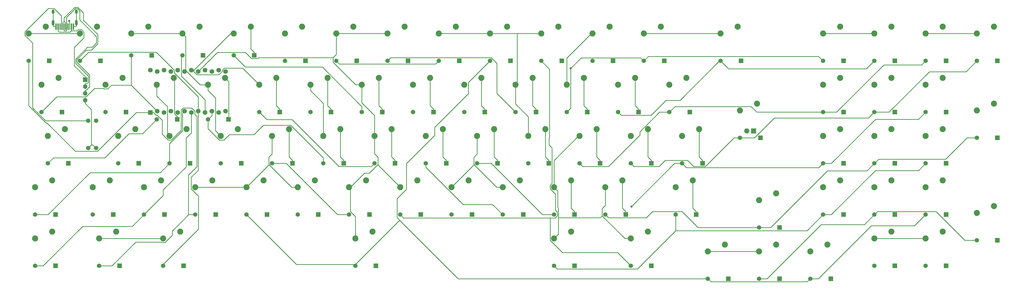
<source format=gbr>
G04 #@! TF.GenerationSoftware,KiCad,Pcbnew,5.1.2-f72e74a~84~ubuntu18.04.1*
G04 #@! TF.CreationDate,2019-05-27T19:37:11-05:00*
G04 #@! TF.ProjectId,1800muente,31383030-6d75-4656-9e74-652e6b696361,rev?*
G04 #@! TF.SameCoordinates,Original*
G04 #@! TF.FileFunction,Copper,L2,Bot*
G04 #@! TF.FilePolarity,Positive*
%FSLAX46Y46*%
G04 Gerber Fmt 4.6, Leading zero omitted, Abs format (unit mm)*
G04 Created by KiCad (PCBNEW 5.1.2-f72e74a~84~ubuntu18.04.1) date 2019-05-27 19:37:11*
%MOMM*%
%LPD*%
G04 APERTURE LIST*
%ADD10C,2.250000*%
%ADD11R,1.905000X1.905000*%
%ADD12C,1.905000*%
%ADD13R,0.600000X2.450000*%
%ADD14R,0.300000X2.450000*%
%ADD15O,1.000000X2.100000*%
%ADD16O,1.000000X1.600000*%
%ADD17R,1.752600X1.752600*%
%ADD18C,1.752600*%
%ADD19C,1.651000*%
%ADD20O,1.700000X1.700000*%
%ADD21R,1.700000X1.700000*%
%ADD22R,1.651000X1.651000*%
%ADD23C,0.800000*%
%ADD24C,0.250000*%
G04 APERTURE END LIST*
D10*
X390870000Y-163190000D03*
X384520000Y-165730000D03*
X390870000Y-125090000D03*
X384520000Y-127630000D03*
X159889000Y-172715000D03*
X153539000Y-175255000D03*
X233708000Y-172715000D03*
X227358000Y-175255000D03*
X262283000Y-172715000D03*
X255933000Y-175255000D03*
X278952000Y-153665000D03*
X272602000Y-156205000D03*
D11*
X301494000Y-135250000D03*
D12*
X298954000Y-135250000D03*
D10*
X296414000Y-127630000D03*
X302764000Y-125090000D03*
X295620000Y-96515000D03*
X289270000Y-99055000D03*
X40826700Y-153665000D03*
X34476700Y-156205000D03*
X88451700Y-172715000D03*
X82101700Y-175255000D03*
X64639200Y-172715000D03*
X58289200Y-175255000D03*
X40826700Y-172715000D03*
X34476700Y-175255000D03*
X45589200Y-134615000D03*
X39239200Y-137155000D03*
X43207900Y-115565000D03*
X36857900Y-118105000D03*
D13*
X48691000Y-96460000D03*
X42241000Y-96460000D03*
X47916000Y-96460000D03*
X43016000Y-96460000D03*
D14*
X43716000Y-96460000D03*
X47216000Y-96460000D03*
X44216000Y-96460000D03*
X46716000Y-96460000D03*
X44716000Y-96460000D03*
X46216000Y-96460000D03*
X45716000Y-96460000D03*
X45216000Y-96460000D03*
D15*
X41146000Y-95045000D03*
X49786000Y-95045000D03*
D16*
X41146000Y-90865000D03*
X49786000Y-90865000D03*
D10*
X143220000Y-115565000D03*
X136870000Y-118105000D03*
X171795000Y-96515000D03*
X165445000Y-99055000D03*
X167033000Y-134615000D03*
X160683000Y-137155000D03*
X138458000Y-153665000D03*
X132108000Y-156205000D03*
X95595400Y-96515000D03*
X89245400Y-99055000D03*
X71782900Y-134615000D03*
X65432900Y-137155000D03*
X186083000Y-134615000D03*
X179733000Y-137155000D03*
X181320000Y-115565000D03*
X174970000Y-118105000D03*
X147983000Y-134615000D03*
X141633000Y-137155000D03*
X190845000Y-96515000D03*
X184495000Y-99055000D03*
X333720000Y-96515000D03*
X327370000Y-99055000D03*
X157508000Y-153665000D03*
X151158000Y-156205000D03*
X152745000Y-96515000D03*
X146395000Y-99055000D03*
X333720000Y-153665000D03*
X327370000Y-156205000D03*
X309908000Y-158427000D03*
X303558000Y-160967000D03*
X290858000Y-177477000D03*
X284508000Y-180017000D03*
X209895000Y-96515000D03*
X203545000Y-99055000D03*
X281333000Y-134615000D03*
X274983000Y-137155000D03*
X214658000Y-153665000D03*
X208308000Y-156205000D03*
X224183000Y-134615000D03*
X217833000Y-137155000D03*
X371820000Y-153665000D03*
X365470000Y-156205000D03*
X238470000Y-115565000D03*
X232120000Y-118105000D03*
X352770000Y-115565000D03*
X346420000Y-118105000D03*
X371820000Y-134615000D03*
X365470000Y-137155000D03*
X114645000Y-96515000D03*
X108295000Y-99055000D03*
X252758000Y-153665000D03*
X246408000Y-156205000D03*
X81307900Y-153665000D03*
X74957900Y-156205000D03*
X390870000Y-96515000D03*
X384520000Y-99055000D03*
X90832900Y-134615000D03*
X84482900Y-137155000D03*
X133695000Y-96515000D03*
X127345000Y-99055000D03*
X67020400Y-115565000D03*
X60670400Y-118105000D03*
X176558000Y-153665000D03*
X170208000Y-156205000D03*
X124170000Y-115565000D03*
X117820000Y-118105000D03*
X86070400Y-115565000D03*
X79720400Y-118105000D03*
X162270000Y-115565000D03*
X155920000Y-118105000D03*
X38445400Y-96515000D03*
X32095400Y-99055000D03*
X309908000Y-177477000D03*
X303558000Y-180017000D03*
X109883000Y-134615000D03*
X103533000Y-137155000D03*
X267045000Y-96515000D03*
X260695000Y-99055000D03*
X352770000Y-96515000D03*
X346420000Y-99055000D03*
X371820000Y-115565000D03*
X365470000Y-118105000D03*
X371820000Y-96515000D03*
X365470000Y-99055000D03*
X352770000Y-134615000D03*
X346420000Y-137155000D03*
X257520000Y-115565000D03*
X251170000Y-118105000D03*
X100357900Y-153665000D03*
X94007900Y-156205000D03*
X219420000Y-115565000D03*
X213070000Y-118105000D03*
X243233000Y-134615000D03*
X236883000Y-137155000D03*
X371820000Y-172715000D03*
X365470000Y-175255000D03*
X228945000Y-96515000D03*
X222595000Y-99055000D03*
X352770000Y-153665000D03*
X346420000Y-156205000D03*
X352770000Y-172715000D03*
X346420000Y-175255000D03*
X328958000Y-177477000D03*
X322608000Y-180017000D03*
X262283000Y-134615000D03*
X255933000Y-137155000D03*
X200370000Y-115565000D03*
X194020000Y-118105000D03*
X233708000Y-153665000D03*
X227358000Y-156205000D03*
X128933000Y-134615000D03*
X122583000Y-137155000D03*
X247995000Y-96515000D03*
X241645000Y-99055000D03*
X119408000Y-153665000D03*
X113058000Y-156205000D03*
X276570000Y-115565000D03*
X270220000Y-118105000D03*
X57495400Y-96515000D03*
X51145400Y-99055000D03*
X62257900Y-153665000D03*
X55907900Y-156205000D03*
X333720000Y-134615000D03*
X327370000Y-137155000D03*
X105120000Y-115565000D03*
X98770000Y-118105000D03*
X76545400Y-96515000D03*
X70195400Y-99055000D03*
X333720000Y-115565000D03*
X327370000Y-118105000D03*
X195608000Y-153665000D03*
X189258000Y-156205000D03*
X205133000Y-134615000D03*
X198783000Y-137155000D03*
D17*
X77311200Y-128371600D03*
D18*
X79851200Y-127914400D03*
X82391200Y-128371600D03*
X84931200Y-127914400D03*
X87471200Y-128371600D03*
X90011200Y-127914400D03*
X92551200Y-128371600D03*
X95091200Y-127914400D03*
X97631200Y-128371600D03*
X100171200Y-127914400D03*
X102711200Y-128371600D03*
X105251200Y-113131600D03*
X102711200Y-112674400D03*
X100171200Y-113131600D03*
X97631200Y-112674400D03*
X95091200Y-113131600D03*
X92551200Y-112674400D03*
X90011200Y-113131600D03*
X87471200Y-112674400D03*
X84931200Y-113131600D03*
X82391200Y-112674400D03*
X79851200Y-113131600D03*
X105251200Y-127914400D03*
X77311200Y-112674400D03*
D19*
X57150000Y-131445000D03*
X57150000Y-141605000D03*
X54229000Y-131445000D03*
X54229000Y-141605000D03*
D20*
X53086000Y-123825000D03*
X53086000Y-121285000D03*
X53086000Y-118745000D03*
D21*
X53086000Y-116205000D03*
D19*
X203545000Y-109215000D03*
D22*
X211165000Y-109215000D03*
D19*
X36857900Y-128265000D03*
D22*
X44477900Y-128265000D03*
D19*
X39239200Y-147315000D03*
D22*
X46859200Y-147315000D03*
X268315000Y-109215000D03*
D19*
X260695000Y-109215000D03*
D22*
X173065000Y-109215000D03*
D19*
X165445000Y-109215000D03*
X108295000Y-107156000D03*
D22*
X115915000Y-107156000D03*
X263553000Y-185415000D03*
D19*
X255933000Y-185415000D03*
X55907900Y-166365000D03*
D22*
X63527900Y-166365000D03*
X296890000Y-109215000D03*
D19*
X289270000Y-109215000D03*
D22*
X249265000Y-109215000D03*
D19*
X241645000Y-109215000D03*
D22*
X120678000Y-166365000D03*
D19*
X113058000Y-166365000D03*
X251170000Y-128265000D03*
D22*
X258790000Y-128265000D03*
X65909200Y-185415000D03*
D19*
X58289200Y-185415000D03*
X82101700Y-185415000D03*
D22*
X89721700Y-185415000D03*
X354040000Y-166365000D03*
D19*
X346420000Y-166365000D03*
X303558000Y-171127000D03*
D22*
X311178000Y-171127000D03*
X373090000Y-109215000D03*
D19*
X365470000Y-109215000D03*
X117820000Y-128265000D03*
D22*
X125440000Y-128265000D03*
D19*
X227358000Y-185415000D03*
D22*
X234978000Y-185415000D03*
X201640000Y-128265000D03*
D19*
X194020000Y-128265000D03*
X346420000Y-185415000D03*
D22*
X354040000Y-185415000D03*
D19*
X303558000Y-190177000D03*
D22*
X311178000Y-190177000D03*
D19*
X222595000Y-109215000D03*
D22*
X230215000Y-109215000D03*
X96865400Y-107156000D03*
D19*
X89245400Y-107156000D03*
D22*
X134965000Y-109215000D03*
D19*
X127345000Y-109215000D03*
X32095400Y-109215000D03*
D22*
X39715400Y-109215000D03*
D19*
X198783000Y-147315000D03*
D22*
X206403000Y-147315000D03*
D19*
X346420000Y-109215000D03*
D22*
X354040000Y-109215000D03*
X334990000Y-109215000D03*
D19*
X327370000Y-109215000D03*
X365470000Y-128265000D03*
D22*
X373090000Y-128265000D03*
D19*
X184495000Y-109215000D03*
D22*
X192115000Y-109215000D03*
D19*
X272602000Y-166365000D03*
D22*
X280222000Y-166365000D03*
X392140000Y-175890000D03*
D19*
X384520000Y-175890000D03*
X365470000Y-147315000D03*
D22*
X373090000Y-147315000D03*
X177828000Y-166365000D03*
D19*
X170208000Y-166365000D03*
D22*
X373090000Y-185415000D03*
D19*
X365470000Y-185415000D03*
D22*
X304034000Y-137790000D03*
D19*
X296414000Y-137790000D03*
X270220000Y-128265000D03*
D22*
X277840000Y-128265000D03*
X163540000Y-128265000D03*
D19*
X155920000Y-128265000D03*
X70195400Y-107156000D03*
D22*
X77815400Y-107156000D03*
D19*
X34476700Y-166365000D03*
D22*
X42096700Y-166365000D03*
D19*
X174970000Y-128265000D03*
D22*
X182590000Y-128265000D03*
X234978000Y-166365000D03*
D19*
X227358000Y-166365000D03*
X236883000Y-147315000D03*
D22*
X244503000Y-147315000D03*
X239740000Y-128265000D03*
D19*
X232120000Y-128265000D03*
D22*
X196878000Y-166365000D03*
D19*
X189258000Y-166365000D03*
D22*
X187353000Y-147315000D03*
D19*
X179733000Y-147315000D03*
X213070000Y-128265000D03*
D22*
X220690000Y-128265000D03*
D19*
X274983000Y-147315000D03*
D22*
X282603000Y-147315000D03*
D19*
X208308000Y-166365000D03*
D22*
X215928000Y-166365000D03*
D19*
X151158000Y-166365000D03*
D22*
X158778000Y-166365000D03*
X263553000Y-147315000D03*
D19*
X255933000Y-147315000D03*
D22*
X354040000Y-147315000D03*
D19*
X346420000Y-147315000D03*
D22*
X161159000Y-185415000D03*
D19*
X153539000Y-185415000D03*
X141633000Y-147315000D03*
D22*
X149253000Y-147315000D03*
D19*
X346420000Y-128265000D03*
D22*
X354040000Y-128265000D03*
D19*
X146395000Y-109215000D03*
D22*
X154015000Y-109215000D03*
X111153000Y-147315000D03*
D19*
X103533000Y-147315000D03*
X98770000Y-130969000D03*
D22*
X106390000Y-130969000D03*
X87340400Y-130969000D03*
D19*
X79720400Y-130969000D03*
D22*
X392140000Y-137790000D03*
D19*
X384520000Y-137790000D03*
D22*
X392140000Y-109215000D03*
D19*
X384520000Y-109215000D03*
X65432900Y-147315000D03*
D22*
X73052900Y-147315000D03*
X144490000Y-128265000D03*
D19*
X136870000Y-128265000D03*
D22*
X292128000Y-190177000D03*
D19*
X284508000Y-190177000D03*
D22*
X334990000Y-128265000D03*
D19*
X327370000Y-128265000D03*
D22*
X334990000Y-147315000D03*
D19*
X327370000Y-147315000D03*
D22*
X42096700Y-185415000D03*
D19*
X34476700Y-185415000D03*
X84482900Y-147315000D03*
D22*
X92102900Y-147315000D03*
X82577900Y-166365000D03*
D19*
X74957900Y-166365000D03*
D22*
X101627900Y-166365000D03*
D19*
X94007900Y-166365000D03*
D22*
X330228000Y-190177000D03*
D19*
X322608000Y-190177000D03*
X60670400Y-128265000D03*
D22*
X68290400Y-128265000D03*
D19*
X246408000Y-166365000D03*
D22*
X254028000Y-166365000D03*
D19*
X51145400Y-109215000D03*
D22*
X58765400Y-109215000D03*
X373090000Y-166365000D03*
D19*
X365470000Y-166365000D03*
X122583000Y-147315000D03*
D22*
X130203000Y-147315000D03*
D19*
X217833000Y-147315000D03*
D22*
X225453000Y-147315000D03*
X168303000Y-147315000D03*
D19*
X160683000Y-147315000D03*
X327370000Y-166365000D03*
D22*
X334990000Y-166365000D03*
D19*
X132108000Y-166365000D03*
D22*
X139728000Y-166365000D03*
D23*
X233570400Y-111955900D03*
X256114100Y-163384200D03*
X47216000Y-94361300D03*
D24*
X77311200Y-128371600D02*
X78512800Y-128371600D01*
X91537700Y-166365000D02*
X91470100Y-166297400D01*
X91470100Y-166297400D02*
X91470100Y-151709100D01*
X91470100Y-151709100D02*
X94620700Y-148558500D01*
X94620700Y-148558500D02*
X94620700Y-129853900D01*
X94620700Y-129853900D02*
X93821200Y-129054400D01*
X93821200Y-129054400D02*
X93821200Y-127869600D01*
X93821200Y-127869600D02*
X92648800Y-126697200D01*
X92648800Y-126697200D02*
X89489200Y-126697200D01*
X89489200Y-126697200D02*
X88741300Y-127445100D01*
X88741300Y-127445100D02*
X88741300Y-135011300D01*
X88741300Y-135011300D02*
X85117700Y-138634900D01*
X85117700Y-138634900D02*
X83911700Y-138634900D01*
X83911700Y-138634900D02*
X81732400Y-136455600D01*
X81732400Y-136455600D02*
X81732400Y-131313300D01*
X81732400Y-131313300D02*
X79831300Y-129412200D01*
X79831300Y-129412200D02*
X79553400Y-129412200D01*
X79553400Y-129412200D02*
X78512800Y-128371600D01*
X91537700Y-166365000D02*
X85436100Y-172466600D01*
X85436100Y-172466600D02*
X85436100Y-174036700D01*
X85436100Y-174036700D02*
X82737900Y-176734900D01*
X82737900Y-176734900D02*
X81530500Y-176734900D01*
X81530500Y-176734900D02*
X81361400Y-176565800D01*
X81361400Y-176565800D02*
X71882500Y-176565800D01*
X71882500Y-176565800D02*
X63033300Y-185415000D01*
X63033300Y-185415000D02*
X58289200Y-185415000D01*
X94007900Y-166365000D02*
X91537700Y-166365000D01*
X77311200Y-128371600D02*
X72110600Y-128371600D01*
X72110600Y-128371600D02*
X57677600Y-142804600D01*
X57677600Y-142804600D02*
X49441100Y-142804600D01*
X49441100Y-142804600D02*
X38926600Y-132290100D01*
X38926600Y-132290100D02*
X38564700Y-132290100D01*
X38564700Y-132290100D02*
X32095400Y-125820800D01*
X32095400Y-125820800D02*
X32095400Y-109215000D01*
X233570400Y-111955900D02*
X237489500Y-108036800D01*
X237489500Y-108036800D02*
X259516800Y-108036800D01*
X259516800Y-108036800D02*
X260695000Y-109215000D01*
X232120000Y-128265000D02*
X233570400Y-126814600D01*
X233570400Y-126814600D02*
X233570400Y-111955900D01*
X260695000Y-109215000D02*
X262379300Y-107530700D01*
X262379300Y-107530700D02*
X325685700Y-107530700D01*
X325685700Y-107530700D02*
X327370000Y-109215000D01*
X146395000Y-109215000D02*
X147545900Y-110365900D01*
X147545900Y-110365900D02*
X183344100Y-110365900D01*
X183344100Y-110365900D02*
X184495000Y-109215000D01*
X70195400Y-118258600D02*
X79851200Y-127914400D01*
X70195400Y-107156000D02*
X70195400Y-118258600D01*
X36857900Y-128265000D02*
X42567900Y-122555000D01*
X42567900Y-122555000D02*
X53485600Y-122555000D01*
X53485600Y-122555000D02*
X56625500Y-119415100D01*
X56625500Y-119415100D02*
X59868200Y-119415100D01*
X59868200Y-119415100D02*
X60022900Y-119569800D01*
X60022900Y-119569800D02*
X61576500Y-119569800D01*
X61576500Y-119569800D02*
X62887700Y-118258600D01*
X62887700Y-118258600D02*
X70195400Y-118258600D01*
X270220000Y-128265000D02*
X266581900Y-128265000D01*
X266581900Y-128265000D02*
X259267400Y-135579500D01*
X259267400Y-135579500D02*
X259267400Y-136788200D01*
X259267400Y-136788200D02*
X247589700Y-148465900D01*
X247589700Y-148465900D02*
X238033900Y-148465900D01*
X238033900Y-148465900D02*
X236883000Y-147315000D01*
X327370000Y-128265000D02*
X302685900Y-128265000D01*
X302685900Y-128265000D02*
X300591100Y-126170200D01*
X300591100Y-126170200D02*
X272314800Y-126170200D01*
X272314800Y-126170200D02*
X270220000Y-128265000D01*
X365470000Y-109215000D02*
X364004200Y-110680800D01*
X364004200Y-110680800D02*
X349961800Y-110680800D01*
X349961800Y-110680800D02*
X332377600Y-128265000D01*
X332377600Y-128265000D02*
X327370000Y-128265000D01*
X155920000Y-128265000D02*
X155920000Y-126171100D01*
X155920000Y-126171100D02*
X141214400Y-111465500D01*
X141214400Y-111465500D02*
X112604500Y-111465500D01*
X112604500Y-111465500D02*
X108295000Y-107156000D01*
X160683000Y-147315000D02*
X159532100Y-148465900D01*
X159532100Y-148465900D02*
X147394700Y-148465900D01*
X147394700Y-148465900D02*
X129978700Y-131049900D01*
X129978700Y-131049900D02*
X120604900Y-131049900D01*
X120604900Y-131049900D02*
X117820000Y-128265000D01*
X198783000Y-147315000D02*
X203968100Y-147315000D01*
X203968100Y-147315000D02*
X223018100Y-166365000D01*
X223018100Y-166365000D02*
X227358000Y-166365000D01*
X79720400Y-130969000D02*
X74413000Y-136276400D01*
X74413000Y-136276400D02*
X69357600Y-136276400D01*
X69357600Y-136276400D02*
X60424700Y-145209300D01*
X60424700Y-145209300D02*
X41344900Y-145209300D01*
X41344900Y-145209300D02*
X39239200Y-147315000D01*
X256114100Y-163384200D02*
X272183300Y-147315000D01*
X272183300Y-147315000D02*
X274983000Y-147315000D01*
X274983000Y-147315000D02*
X276594000Y-148926000D01*
X276594000Y-148926000D02*
X325759000Y-148926000D01*
X325759000Y-148926000D02*
X327370000Y-147315000D01*
X327370000Y-147315000D02*
X330381900Y-147315000D01*
X330381900Y-147315000D02*
X346792200Y-130904700D01*
X346792200Y-130904700D02*
X362830300Y-130904700D01*
X362830300Y-130904700D02*
X365470000Y-128265000D01*
X84482900Y-147315000D02*
X84482900Y-139982700D01*
X84482900Y-139982700D02*
X89286000Y-135179600D01*
X89286000Y-135179600D02*
X89286000Y-128639600D01*
X89286000Y-128639600D02*
X90011200Y-127914400D01*
X227358000Y-185415000D02*
X228508900Y-186565900D01*
X228508900Y-186565900D02*
X258341500Y-186565900D01*
X258341500Y-186565900D02*
X272602000Y-172305400D01*
X272602000Y-172305400D02*
X272602000Y-166365000D01*
X272602000Y-172305400D02*
X321429600Y-172305400D01*
X321429600Y-172305400D02*
X327370000Y-166365000D01*
X365470000Y-147315000D02*
X362830300Y-149954700D01*
X362830300Y-149954700D02*
X346792200Y-149954700D01*
X346792200Y-149954700D02*
X330381900Y-166365000D01*
X330381900Y-166365000D02*
X327370000Y-166365000D01*
X151158000Y-166365000D02*
X146842100Y-166365000D01*
X146842100Y-166365000D02*
X127792100Y-147315000D01*
X127792100Y-147315000D02*
X122583000Y-147315000D01*
X84482900Y-147315000D02*
X81039400Y-150758500D01*
X81039400Y-150758500D02*
X54960200Y-150758500D01*
X54960200Y-150758500D02*
X39353700Y-166365000D01*
X39353700Y-166365000D02*
X34476700Y-166365000D01*
X153539000Y-184885100D02*
X153539000Y-185415000D01*
X169990700Y-168433400D02*
X153539000Y-184885100D01*
X113058000Y-166365000D02*
X131578100Y-184885100D01*
X131578100Y-184885100D02*
X153539000Y-184885100D01*
X284508000Y-190177000D02*
X191734300Y-190177000D01*
X191734300Y-190177000D02*
X169990700Y-168433400D01*
X169990700Y-168433400D02*
X169005600Y-167448300D01*
X169005600Y-167448300D02*
X169005600Y-160375100D01*
X169005600Y-160375100D02*
X172470900Y-156909800D01*
X172470900Y-156909800D02*
X172470900Y-147384800D01*
X172470900Y-147384800D02*
X182969800Y-136885900D01*
X182969800Y-136885900D02*
X182969800Y-133871500D01*
X182969800Y-133871500D02*
X195510700Y-121330600D01*
X195510700Y-121330600D02*
X195510700Y-117249300D01*
X195510700Y-117249300D02*
X203545000Y-109215000D01*
X284508000Y-190177000D02*
X285658000Y-191328000D01*
X285658000Y-191328000D02*
X321457000Y-191328000D01*
X321457000Y-191328000D02*
X322608000Y-190177000D01*
X74957900Y-166365000D02*
X82099200Y-159223700D01*
X82099200Y-159223700D02*
X82099200Y-157102400D01*
X82099200Y-157102400D02*
X90612200Y-148589400D01*
X90612200Y-148589400D02*
X90612200Y-137891000D01*
X90612200Y-137891000D02*
X92551200Y-135952000D01*
X92551200Y-135952000D02*
X92551200Y-128371600D01*
X34476700Y-185415000D02*
X37458700Y-185415000D01*
X37458700Y-185415000D02*
X52170300Y-170703400D01*
X52170300Y-170703400D02*
X70619500Y-170703400D01*
X70619500Y-170703400D02*
X74957900Y-166365000D01*
X322608000Y-190177000D02*
X325578800Y-190177000D01*
X325578800Y-190177000D02*
X345262400Y-170493400D01*
X345262400Y-170493400D02*
X361341600Y-170493400D01*
X361341600Y-170493400D02*
X365470000Y-166365000D01*
X95071100Y-127914400D02*
X95071100Y-122511700D01*
X95071100Y-122511700D02*
X86201200Y-113641800D01*
X86201200Y-113641800D02*
X86201200Y-112629500D01*
X86201200Y-112629500D02*
X79566200Y-105994500D01*
X79566200Y-105994500D02*
X54365900Y-105994500D01*
X54365900Y-105994500D02*
X51145400Y-109215000D01*
X95091200Y-127914400D02*
X95071100Y-127914400D01*
X82101700Y-185415000D02*
X82101700Y-184885100D01*
X82101700Y-184885100D02*
X95206600Y-171780200D01*
X95206600Y-171780200D02*
X95206600Y-159454800D01*
X95206600Y-159454800D02*
X92525500Y-156773700D01*
X92525500Y-156773700D02*
X92525500Y-152431500D01*
X92525500Y-152431500D02*
X95071100Y-149885900D01*
X95071100Y-149885900D02*
X95071100Y-127914400D01*
X213070000Y-128265000D02*
X206107200Y-121302200D01*
X206107200Y-121302200D02*
X206107200Y-110132600D01*
X206107200Y-110132600D02*
X203989100Y-108014500D01*
X203989100Y-108014500D02*
X166645500Y-108014500D01*
X166645500Y-108014500D02*
X165445000Y-109215000D01*
X346420000Y-109215000D02*
X343465700Y-112169300D01*
X343465700Y-112169300D02*
X292224300Y-112169300D01*
X292224300Y-112169300D02*
X289270000Y-109215000D01*
X289270000Y-109215000D02*
X288818300Y-109215000D01*
X288818300Y-109215000D02*
X274161800Y-123871500D01*
X274161800Y-123871500D02*
X268933200Y-123871500D01*
X268933200Y-123871500D02*
X263388800Y-129415900D01*
X263388800Y-129415900D02*
X252320900Y-129415900D01*
X252320900Y-129415900D02*
X251170000Y-128265000D01*
X296414000Y-137790000D02*
X301879000Y-137790000D01*
X301879000Y-137790000D02*
X309214700Y-130454300D01*
X309214700Y-130454300D02*
X344230700Y-130454300D01*
X344230700Y-130454300D02*
X346420000Y-128265000D01*
X255933000Y-147315000D02*
X257083800Y-148465800D01*
X257083800Y-148465800D02*
X266415400Y-148465800D01*
X266415400Y-148465800D02*
X268717100Y-146164100D01*
X268717100Y-146164100D02*
X276970800Y-146164100D01*
X276970800Y-146164100D02*
X279272500Y-148465800D01*
X279272500Y-148465800D02*
X283563300Y-148465800D01*
X283563300Y-148465800D02*
X294239100Y-137790000D01*
X294239100Y-137790000D02*
X296414000Y-137790000D01*
X97631200Y-128371600D02*
X97631200Y-123668200D01*
X97631200Y-123668200D02*
X88808300Y-114845300D01*
X88808300Y-114845300D02*
X88808300Y-107593100D01*
X88808300Y-107593100D02*
X89245400Y-107156000D01*
X346420000Y-128265000D02*
X351820500Y-128265000D01*
X351820500Y-128265000D02*
X366872200Y-113213300D01*
X366872200Y-113213300D02*
X380521700Y-113213300D01*
X380521700Y-113213300D02*
X384520000Y-109215000D01*
X141633000Y-147315000D02*
X141633000Y-145252800D01*
X141633000Y-145252800D02*
X129525400Y-133145200D01*
X129525400Y-133145200D02*
X119288000Y-133145200D01*
X119288000Y-133145200D02*
X115827100Y-136606100D01*
X115827100Y-136606100D02*
X106700000Y-136606100D01*
X106700000Y-136606100D02*
X104671200Y-138634900D01*
X104671200Y-138634900D02*
X102961800Y-138634900D01*
X102961800Y-138634900D02*
X98770000Y-134443100D01*
X98770000Y-134443100D02*
X98770000Y-130969000D01*
X303558000Y-171127000D02*
X280827800Y-171127000D01*
X280827800Y-171127000D02*
X274904100Y-165203300D01*
X274904100Y-165203300D02*
X263933600Y-165203300D01*
X263933600Y-165203300D02*
X261621000Y-167515900D01*
X261621000Y-167515900D02*
X247558900Y-167515900D01*
X247558900Y-167515900D02*
X246408000Y-166365000D01*
X346420000Y-147315000D02*
X343654700Y-150080300D01*
X343654700Y-150080300D02*
X328967400Y-150080300D01*
X328967400Y-150080300D02*
X307920700Y-171127000D01*
X307920700Y-171127000D02*
X303558000Y-171127000D01*
X98770000Y-130969000D02*
X100171200Y-129567800D01*
X100171200Y-129567800D02*
X100171200Y-127914400D01*
X384520000Y-137790000D02*
X380832400Y-137790000D01*
X380832400Y-137790000D02*
X372868200Y-145754200D01*
X372868200Y-145754200D02*
X347980800Y-145754200D01*
X347980800Y-145754200D02*
X346420000Y-147315000D01*
X208308000Y-166365000D02*
X204527900Y-162584900D01*
X204527900Y-162584900D02*
X193586800Y-162584900D01*
X193586800Y-162584900D02*
X179733000Y-148731100D01*
X179733000Y-148731100D02*
X179733000Y-147315000D01*
X303558000Y-190177000D02*
X306531800Y-190177000D01*
X306531800Y-190177000D02*
X326665800Y-170043000D01*
X326665800Y-170043000D02*
X342742000Y-170043000D01*
X342742000Y-170043000D02*
X346420000Y-166365000D01*
X225899800Y-167567100D02*
X227813000Y-167567100D01*
X227813000Y-167567100D02*
X228532500Y-166847600D01*
X228532500Y-166847600D02*
X228532500Y-165415200D01*
X228532500Y-165415200D02*
X227844600Y-164727300D01*
X227844600Y-164727300D02*
X227844600Y-158742700D01*
X227844600Y-158742700D02*
X225897200Y-156795300D01*
X225897200Y-156795300D02*
X225897200Y-155461300D01*
X225897200Y-155461300D02*
X226603900Y-154754600D01*
X226603900Y-154754600D02*
X226603900Y-141486900D01*
X226603900Y-141486900D02*
X225494100Y-140377100D01*
X225494100Y-140377100D02*
X225494100Y-137919200D01*
X225494100Y-137919200D02*
X225666100Y-137747200D01*
X225666100Y-137747200D02*
X225666100Y-112286100D01*
X225666100Y-112286100D02*
X222595000Y-109215000D01*
X170208000Y-166365000D02*
X171410100Y-167567100D01*
X171410100Y-167567100D02*
X225899800Y-167567100D01*
X225899800Y-167567100D02*
X225899800Y-175909100D01*
X225899800Y-175909100D02*
X230471500Y-180480800D01*
X230471500Y-180480800D02*
X250998800Y-180480800D01*
X250998800Y-180480800D02*
X255933000Y-185415000D01*
X346420000Y-166365000D02*
X347586900Y-165198100D01*
X347586900Y-165198100D02*
X369351200Y-165198100D01*
X369351200Y-165198100D02*
X380043100Y-175890000D01*
X380043100Y-175890000D02*
X384520000Y-175890000D01*
X87340400Y-130969000D02*
X87340400Y-129818200D01*
X87340400Y-129818200D02*
X87206300Y-129818200D01*
X87206300Y-129818200D02*
X86268400Y-128880300D01*
X86268400Y-128880300D02*
X86268400Y-115763000D01*
X86268400Y-115763000D02*
X86070400Y-115565000D01*
X106390000Y-130969000D02*
X106390000Y-129818200D01*
X105120000Y-115565000D02*
X106456600Y-116901600D01*
X106456600Y-116901600D02*
X106456600Y-129751600D01*
X106456600Y-129751600D02*
X106390000Y-129818200D01*
X115915000Y-107156000D02*
X115915000Y-106005200D01*
X115915000Y-106005200D02*
X114645000Y-104735200D01*
X114645000Y-104735200D02*
X114645000Y-96515000D01*
X125440000Y-128265000D02*
X125440000Y-127114200D01*
X125440000Y-127114200D02*
X124170000Y-125844200D01*
X124170000Y-125844200D02*
X124170000Y-115565000D01*
X130203000Y-147315000D02*
X130203000Y-146164200D01*
X130203000Y-146164200D02*
X128933000Y-144894200D01*
X128933000Y-144894200D02*
X128933000Y-134615000D01*
X144490000Y-128265000D02*
X144490000Y-127114200D01*
X144490000Y-127114200D02*
X143220000Y-125844200D01*
X143220000Y-125844200D02*
X143220000Y-115565000D01*
X149253000Y-147315000D02*
X149253000Y-146164200D01*
X149253000Y-146164200D02*
X147983000Y-144894200D01*
X147983000Y-144894200D02*
X147983000Y-134615000D01*
X163540000Y-128265000D02*
X163540000Y-127114200D01*
X163540000Y-127114200D02*
X162270000Y-125844200D01*
X162270000Y-125844200D02*
X162270000Y-115565000D01*
X168303000Y-147315000D02*
X168303000Y-146164200D01*
X168303000Y-146164200D02*
X167033000Y-144894200D01*
X167033000Y-144894200D02*
X167033000Y-134615000D01*
X182590000Y-128265000D02*
X182590000Y-127114200D01*
X182590000Y-127114200D02*
X181320000Y-125844200D01*
X181320000Y-125844200D02*
X181320000Y-115565000D01*
X187353000Y-147315000D02*
X187353000Y-146164200D01*
X187353000Y-146164200D02*
X186083000Y-144894200D01*
X186083000Y-144894200D02*
X186083000Y-134615000D01*
X201640000Y-128265000D02*
X201640000Y-127114200D01*
X201640000Y-127114200D02*
X200370000Y-125844200D01*
X200370000Y-125844200D02*
X200370000Y-115565000D01*
X206403000Y-147315000D02*
X206403000Y-146164200D01*
X206403000Y-146164200D02*
X205133000Y-144894200D01*
X205133000Y-144894200D02*
X205133000Y-134615000D01*
X220690000Y-128265000D02*
X220690000Y-127114200D01*
X220690000Y-127114200D02*
X219420000Y-125844200D01*
X219420000Y-125844200D02*
X219420000Y-115565000D01*
X225453000Y-147315000D02*
X225453000Y-146164200D01*
X225453000Y-146164200D02*
X224183000Y-144894200D01*
X224183000Y-144894200D02*
X224183000Y-134615000D01*
X239740000Y-128265000D02*
X239740000Y-127114200D01*
X239740000Y-127114200D02*
X238470000Y-125844200D01*
X238470000Y-125844200D02*
X238470000Y-115565000D01*
X244503000Y-147315000D02*
X244503000Y-146164200D01*
X244503000Y-146164200D02*
X243233000Y-144894200D01*
X243233000Y-144894200D02*
X243233000Y-134615000D01*
X234978000Y-166365000D02*
X234978000Y-165214200D01*
X234978000Y-165214200D02*
X233708000Y-163944200D01*
X233708000Y-163944200D02*
X233708000Y-153665000D01*
X258790000Y-128265000D02*
X258790000Y-127114200D01*
X258790000Y-127114200D02*
X257520000Y-125844200D01*
X257520000Y-125844200D02*
X257520000Y-115565000D01*
X263553000Y-147315000D02*
X263553000Y-146164200D01*
X263553000Y-146164200D02*
X262283000Y-144894200D01*
X262283000Y-144894200D02*
X262283000Y-134615000D01*
X254028000Y-166365000D02*
X254028000Y-165214200D01*
X254028000Y-165214200D02*
X252758000Y-163944200D01*
X252758000Y-163944200D02*
X252758000Y-153665000D01*
X282603000Y-147315000D02*
X282603000Y-146164200D01*
X282603000Y-146164200D02*
X281333000Y-144894200D01*
X281333000Y-144894200D02*
X281333000Y-134615000D01*
X280222000Y-166365000D02*
X280222000Y-165214200D01*
X280222000Y-165214200D02*
X278952000Y-163944200D01*
X278952000Y-163944200D02*
X278952000Y-153665000D01*
X32095400Y-99055000D02*
X32095400Y-99054900D01*
X51145400Y-99054900D02*
X32095400Y-99054900D01*
X51145400Y-99055000D02*
X51145400Y-99054900D01*
X103533000Y-137155000D02*
X101508400Y-135130400D01*
X101508400Y-135130400D02*
X101508400Y-122955700D01*
X101508400Y-122955700D02*
X98770000Y-120217300D01*
X98770000Y-120217300D02*
X98770000Y-118105000D01*
X90429400Y-112713400D02*
X90011200Y-113131600D01*
X89245400Y-99055000D02*
X90429400Y-100239000D01*
X90429400Y-100239000D02*
X90429400Y-112713400D01*
X90429400Y-112713400D02*
X95821000Y-118105000D01*
X95821000Y-118105000D02*
X98770000Y-118105000D01*
X89245400Y-99054900D02*
X89245400Y-99055000D01*
X70195500Y-99054900D02*
X70195400Y-99055000D01*
X70195500Y-99054900D02*
X89245400Y-99054900D01*
X70195400Y-99054900D02*
X70195500Y-99054900D01*
X79720400Y-118105000D02*
X79720400Y-122276800D01*
X79720400Y-122276800D02*
X83661200Y-126217600D01*
X83661200Y-126217600D02*
X83661200Y-136333300D01*
X83661200Y-136333300D02*
X84482900Y-137155000D01*
X58289200Y-175255000D02*
X82101700Y-175255000D01*
X93495300Y-112674400D02*
X107114700Y-99055000D01*
X107114700Y-99055000D02*
X108295000Y-99055000D01*
X92551200Y-112674400D02*
X93495300Y-112674400D01*
X117820000Y-118105000D02*
X111630900Y-111915900D01*
X111630900Y-111915900D02*
X104767500Y-111915900D01*
X104767500Y-111915900D02*
X104049500Y-112633900D01*
X104049500Y-112633900D02*
X104049500Y-113065000D01*
X104049500Y-113065000D02*
X102767500Y-114347000D01*
X102767500Y-114347000D02*
X94597000Y-114347000D01*
X94597000Y-114347000D02*
X93495300Y-113245300D01*
X93495300Y-113245300D02*
X93495300Y-112674400D01*
X113058000Y-156205000D02*
X94007900Y-156205000D01*
X121451800Y-147811200D02*
X113058000Y-156205000D01*
X122583000Y-137155000D02*
X122583000Y-143807200D01*
X122583000Y-143807200D02*
X121361700Y-145028500D01*
X121361700Y-145028500D02*
X121361700Y-147721200D01*
X121361700Y-147721200D02*
X121451800Y-147811200D01*
X121451800Y-147811200D02*
X129845500Y-156205000D01*
X129845500Y-156205000D02*
X132108000Y-156205000D01*
X141633000Y-137155000D02*
X141633000Y-124980300D01*
X141633000Y-124980300D02*
X136870000Y-120217300D01*
X136870000Y-120217300D02*
X136870000Y-118105000D01*
X151636900Y-156205000D02*
X151636900Y-165207300D01*
X151636900Y-165207300D02*
X153539000Y-167109400D01*
X153539000Y-167109400D02*
X153539000Y-175255000D01*
X161823200Y-147820100D02*
X158719000Y-150924300D01*
X158719000Y-150924300D02*
X156917600Y-150924300D01*
X156917600Y-150924300D02*
X151636900Y-156205000D01*
X151636900Y-156205000D02*
X151158000Y-156205000D01*
X161823200Y-147820100D02*
X170208000Y-156205000D01*
X160683000Y-137155000D02*
X160683000Y-143715900D01*
X160683000Y-143715900D02*
X161915900Y-144948800D01*
X161915900Y-144948800D02*
X161915900Y-147727400D01*
X161915900Y-147727400D02*
X161823200Y-147820100D01*
X155920000Y-118105000D02*
X155920000Y-124768300D01*
X155920000Y-124768300D02*
X160683000Y-129531300D01*
X160683000Y-129531300D02*
X160683000Y-137155000D01*
X145201600Y-108006900D02*
X145201600Y-109649300D01*
X145201600Y-109649300D02*
X153657300Y-118105000D01*
X153657300Y-118105000D02*
X155920000Y-118105000D01*
X146395000Y-99055000D02*
X146395000Y-106813500D01*
X146395000Y-106813500D02*
X145201600Y-108006900D01*
X145201600Y-108006900D02*
X117521500Y-108006900D01*
X117521500Y-108006900D02*
X117221600Y-108306800D01*
X117221600Y-108306800D02*
X114954700Y-108306800D01*
X114954700Y-108306800D02*
X112653100Y-106005200D01*
X112653100Y-106005200D02*
X102217600Y-106005200D01*
X102217600Y-106005200D02*
X95091200Y-113131600D01*
X146395000Y-99055000D02*
X165445000Y-99055000D01*
X197648700Y-147814300D02*
X206039300Y-156205000D01*
X206039300Y-156205000D02*
X208308000Y-156205000D01*
X198783000Y-137155000D02*
X198783000Y-143840500D01*
X198783000Y-143840500D02*
X197559800Y-145063700D01*
X197559800Y-145063700D02*
X197559800Y-147725500D01*
X197559800Y-147725500D02*
X197648700Y-147814300D01*
X197648700Y-147814300D02*
X189258000Y-156205000D01*
X213655100Y-99055000D02*
X222595000Y-99055000D01*
X203545000Y-99055000D02*
X213655100Y-99055000D01*
X213070000Y-118105000D02*
X213655100Y-117519900D01*
X213655100Y-117519900D02*
X213655100Y-99055000D01*
X217833000Y-137155000D02*
X217833000Y-129974000D01*
X217833000Y-129974000D02*
X213070000Y-125211000D01*
X213070000Y-125211000D02*
X213070000Y-118105000D01*
X184495000Y-99055000D02*
X203545000Y-99055000D01*
X227358000Y-156205000D02*
X227358000Y-146217300D01*
X227358000Y-146217300D02*
X236420300Y-137155000D01*
X236420300Y-137155000D02*
X236883000Y-137155000D01*
X228982800Y-167529100D02*
X228982800Y-163909600D01*
X228982800Y-163909600D02*
X228757600Y-163684400D01*
X228757600Y-163684400D02*
X228757600Y-157604600D01*
X228757600Y-157604600D02*
X227358000Y-156205000D01*
X228982800Y-167529100D02*
X244487800Y-167529100D01*
X244487800Y-167529100D02*
X245216100Y-166800800D01*
X227358000Y-175255000D02*
X228982800Y-173630200D01*
X228982800Y-173630200D02*
X228982800Y-167529100D01*
X241645000Y-99055000D02*
X241217400Y-99055000D01*
X241217400Y-99055000D02*
X232120000Y-108152400D01*
X232120000Y-108152400D02*
X232120000Y-118105000D01*
X245216100Y-166800800D02*
X253670300Y-175255000D01*
X253670300Y-175255000D02*
X255933000Y-175255000D01*
X246408000Y-156205000D02*
X246408000Y-162907000D01*
X246408000Y-162907000D02*
X245216100Y-164098900D01*
X245216100Y-164098900D02*
X245216100Y-166800800D01*
X289269900Y-99054900D02*
X289270000Y-99055000D01*
X289269900Y-99054900D02*
X289270000Y-99054900D01*
X260695000Y-99054900D02*
X289269900Y-99054900D01*
X260695000Y-99055000D02*
X260695000Y-99054900D01*
X303558000Y-180017000D02*
X284508000Y-180017000D01*
X346419900Y-99054900D02*
X346420000Y-99055000D01*
X346419900Y-99054900D02*
X327370000Y-99054900D01*
X346420000Y-99054900D02*
X346419900Y-99054900D01*
X327370000Y-99055000D02*
X327370000Y-99054900D01*
X365470000Y-99055000D02*
X365470000Y-99054900D01*
X384519900Y-99054900D02*
X384520000Y-99055000D01*
X384519900Y-99054900D02*
X384520000Y-99054900D01*
X365470000Y-99054900D02*
X384519900Y-99054900D01*
X346420000Y-175255000D02*
X365470000Y-175255000D01*
X55427400Y-140406600D02*
X54229000Y-141605000D01*
X53086000Y-125000300D02*
X55427400Y-127341700D01*
X55427400Y-127341700D02*
X55427400Y-140406600D01*
X55427400Y-140406600D02*
X55951600Y-140406600D01*
X55951600Y-140406600D02*
X57150000Y-141605000D01*
X53086000Y-123825000D02*
X53086000Y-125000300D01*
X49786000Y-95045000D02*
X49786000Y-96420300D01*
X49786000Y-96420300D02*
X48730700Y-96420300D01*
X48730700Y-96420300D02*
X48691000Y-96460000D01*
X49786000Y-90865000D02*
X49786000Y-95045000D01*
X41146000Y-95045000D02*
X41146000Y-96420300D01*
X41146000Y-96420300D02*
X42201300Y-96420300D01*
X42201300Y-96420300D02*
X42241000Y-96460000D01*
X41146000Y-90865000D02*
X41146000Y-95045000D01*
X45280700Y-94474400D02*
X45716000Y-94909700D01*
X53086000Y-120109700D02*
X53453300Y-120109700D01*
X53453300Y-120109700D02*
X54739400Y-118823600D01*
X54739400Y-118823600D02*
X54739400Y-114452800D01*
X54739400Y-114452800D02*
X49972000Y-109685400D01*
X49972000Y-109685400D02*
X49972000Y-108728000D01*
X49972000Y-108728000D02*
X53489000Y-105211000D01*
X53489000Y-105211000D02*
X55360600Y-105211000D01*
X55360600Y-105211000D02*
X57748500Y-102823100D01*
X57748500Y-102823100D02*
X57748500Y-99384300D01*
X57748500Y-99384300D02*
X52458800Y-94094600D01*
X52458800Y-94094600D02*
X52458800Y-91414700D01*
X52458800Y-91414700D02*
X50310800Y-89266700D01*
X50310800Y-89266700D02*
X49191300Y-89266700D01*
X49191300Y-89266700D02*
X45280700Y-93177300D01*
X45280700Y-93177300D02*
X45280700Y-94474400D01*
X44716000Y-94909700D02*
X44845400Y-94909700D01*
X44845400Y-94909700D02*
X45280700Y-94474400D01*
X44716000Y-96460000D02*
X44716000Y-94909700D01*
X45716000Y-96460000D02*
X45716000Y-94909700D01*
X53086000Y-121285000D02*
X53086000Y-120109700D01*
X45216000Y-96460000D02*
X45216000Y-98010300D01*
X46216000Y-96460000D02*
X46216000Y-98010300D01*
X46216000Y-98010300D02*
X45216000Y-98010300D01*
X46216000Y-95684800D02*
X46216000Y-96460000D01*
X46216000Y-95684800D02*
X46216000Y-94909700D01*
X46216000Y-94909700D02*
X46216000Y-92963600D01*
X46216000Y-92963600D02*
X49444800Y-89734800D01*
X49444800Y-89734800D02*
X50123500Y-89734800D01*
X50123500Y-89734800D02*
X51044900Y-90656200D01*
X51044900Y-90656200D02*
X51044900Y-93954400D01*
X51044900Y-93954400D02*
X57298100Y-100207600D01*
X57298100Y-100207600D02*
X57298100Y-102587000D01*
X57298100Y-102587000D02*
X55771500Y-104113600D01*
X55771500Y-104113600D02*
X53949500Y-104113600D01*
X53949500Y-104113600D02*
X49521700Y-108541400D01*
X49521700Y-108541400D02*
X49521700Y-110119600D01*
X49521700Y-110119600D02*
X54261400Y-114859300D01*
X54261400Y-114859300D02*
X54261400Y-117202300D01*
X54261400Y-117202300D02*
X53894000Y-117569700D01*
X53894000Y-117569700D02*
X53086000Y-117569700D01*
X53086000Y-118745000D02*
X53086000Y-117569700D01*
X47916000Y-98010300D02*
X47449900Y-98476400D01*
X47449900Y-98476400D02*
X43482100Y-98476400D01*
X43482100Y-98476400D02*
X43016000Y-98010300D01*
X47916000Y-98010300D02*
X50032800Y-98010300D01*
X50032800Y-98010300D02*
X50438500Y-97604600D01*
X50438500Y-97604600D02*
X51759500Y-97604600D01*
X51759500Y-97604600D02*
X52644400Y-98489500D01*
X52644400Y-98489500D02*
X52644400Y-100626000D01*
X52644400Y-100626000D02*
X49071400Y-104199000D01*
X49071400Y-104199000D02*
X49071400Y-111015100D01*
X49071400Y-111015100D02*
X53086000Y-115029700D01*
X43016000Y-96460000D02*
X43016000Y-98010300D01*
X53086000Y-116205000D02*
X53086000Y-115029700D01*
X47916000Y-96460000D02*
X47916000Y-98010300D01*
X54229000Y-131445000D02*
X38356500Y-131445000D01*
X38356500Y-131445000D02*
X33586100Y-126674600D01*
X33586100Y-126674600D02*
X33586100Y-102596800D01*
X33586100Y-102596800D02*
X30638300Y-99649000D01*
X30638300Y-99649000D02*
X30638300Y-98433300D01*
X30638300Y-98433300D02*
X39372400Y-89699200D01*
X39372400Y-89699200D02*
X41475700Y-89699200D01*
X41475700Y-89699200D02*
X44216000Y-92439500D01*
X44216000Y-92439500D02*
X44216000Y-96460000D01*
X47216000Y-96460000D02*
X47216000Y-94361300D01*
M02*

</source>
